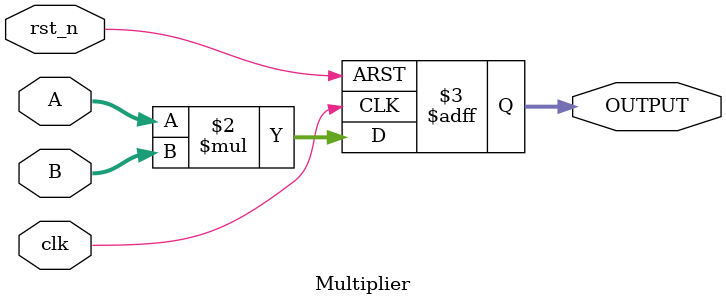
<source format=v>
`timescale 1ns / 1ps


module Multiplier(input signed [7: 0] A,
                  input signed [7: 0] B,
                  output reg signed [23: 0] OUTPUT,
                  input clk,
                  input rst_n);
always @(posedge clk or posedge rst_n) begin
    if (rst_n) begin
        OUTPUT <= 0;
    end else begin
        OUTPUT <= A * B;
    end
end
endmodule

</source>
